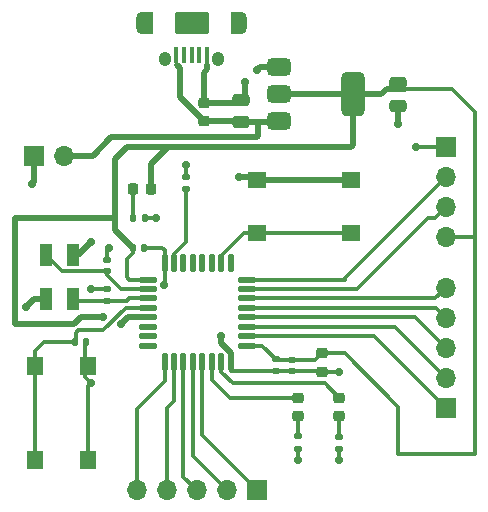
<source format=gtl>
%TF.GenerationSoftware,KiCad,Pcbnew,8.0.9*%
%TF.CreationDate,2025-03-10T14:56:04+11:00*%
%TF.ProjectId,stm32l05_dev_board,73746d33-326c-4303-955f-6465765f626f,rev?*%
%TF.SameCoordinates,Original*%
%TF.FileFunction,Copper,L1,Top*%
%TF.FilePolarity,Positive*%
%FSLAX46Y46*%
G04 Gerber Fmt 4.6, Leading zero omitted, Abs format (unit mm)*
G04 Created by KiCad (PCBNEW 8.0.9) date 2025-03-10 14:56:04*
%MOMM*%
%LPD*%
G01*
G04 APERTURE LIST*
G04 Aperture macros list*
%AMRoundRect*
0 Rectangle with rounded corners*
0 $1 Rounding radius*
0 $2 $3 $4 $5 $6 $7 $8 $9 X,Y pos of 4 corners*
0 Add a 4 corners polygon primitive as box body*
4,1,4,$2,$3,$4,$5,$6,$7,$8,$9,$2,$3,0*
0 Add four circle primitives for the rounded corners*
1,1,$1+$1,$2,$3*
1,1,$1+$1,$4,$5*
1,1,$1+$1,$6,$7*
1,1,$1+$1,$8,$9*
0 Add four rect primitives between the rounded corners*
20,1,$1+$1,$2,$3,$4,$5,0*
20,1,$1+$1,$4,$5,$6,$7,0*
20,1,$1+$1,$6,$7,$8,$9,0*
20,1,$1+$1,$8,$9,$2,$3,0*%
G04 Aperture macros list end*
%TA.AperFunction,SMDPad,CuDef*%
%ADD10RoundRect,0.135000X-0.185000X0.135000X-0.185000X-0.135000X0.185000X-0.135000X0.185000X0.135000X0*%
%TD*%
%TA.AperFunction,SMDPad,CuDef*%
%ADD11RoundRect,0.375000X-0.625000X-0.375000X0.625000X-0.375000X0.625000X0.375000X-0.625000X0.375000X0*%
%TD*%
%TA.AperFunction,SMDPad,CuDef*%
%ADD12RoundRect,0.500000X-0.500000X-1.400000X0.500000X-1.400000X0.500000X1.400000X-0.500000X1.400000X0*%
%TD*%
%TA.AperFunction,SMDPad,CuDef*%
%ADD13RoundRect,0.218750X-0.218750X-0.256250X0.218750X-0.256250X0.218750X0.256250X-0.218750X0.256250X0*%
%TD*%
%TA.AperFunction,SMDPad,CuDef*%
%ADD14RoundRect,0.140000X0.170000X-0.140000X0.170000X0.140000X-0.170000X0.140000X-0.170000X-0.140000X0*%
%TD*%
%TA.AperFunction,ComponentPad*%
%ADD15R,1.700000X1.700000*%
%TD*%
%TA.AperFunction,ComponentPad*%
%ADD16O,1.700000X1.700000*%
%TD*%
%TA.AperFunction,SMDPad,CuDef*%
%ADD17RoundRect,0.140000X-0.140000X-0.170000X0.140000X-0.170000X0.140000X0.170000X-0.140000X0.170000X0*%
%TD*%
%TA.AperFunction,SMDPad,CuDef*%
%ADD18RoundRect,0.125000X-0.625000X-0.125000X0.625000X-0.125000X0.625000X0.125000X-0.625000X0.125000X0*%
%TD*%
%TA.AperFunction,SMDPad,CuDef*%
%ADD19RoundRect,0.125000X-0.125000X-0.625000X0.125000X-0.625000X0.125000X0.625000X-0.125000X0.625000X0*%
%TD*%
%TA.AperFunction,SMDPad,CuDef*%
%ADD20RoundRect,0.135000X0.185000X-0.135000X0.185000X0.135000X-0.185000X0.135000X-0.185000X-0.135000X0*%
%TD*%
%TA.AperFunction,SMDPad,CuDef*%
%ADD21R,1.600000X1.400000*%
%TD*%
%TA.AperFunction,SMDPad,CuDef*%
%ADD22RoundRect,0.100000X0.100000X0.575000X-0.100000X0.575000X-0.100000X-0.575000X0.100000X-0.575000X0*%
%TD*%
%TA.AperFunction,HeatsinkPad*%
%ADD23O,1.000000X1.900000*%
%TD*%
%TA.AperFunction,SMDPad,CuDef*%
%ADD24R,0.875000X1.900000*%
%TD*%
%TA.AperFunction,HeatsinkPad*%
%ADD25O,1.050000X1.250000*%
%TD*%
%TA.AperFunction,SMDPad,CuDef*%
%ADD26RoundRect,0.250000X1.200000X0.700000X-1.200000X0.700000X-1.200000X-0.700000X1.200000X-0.700000X0*%
%TD*%
%TA.AperFunction,SMDPad,CuDef*%
%ADD27RoundRect,0.218750X0.256250X-0.218750X0.256250X0.218750X-0.256250X0.218750X-0.256250X-0.218750X0*%
%TD*%
%TA.AperFunction,SMDPad,CuDef*%
%ADD28RoundRect,0.140000X-0.170000X0.140000X-0.170000X-0.140000X0.170000X-0.140000X0.170000X0.140000X0*%
%TD*%
%TA.AperFunction,SMDPad,CuDef*%
%ADD29RoundRect,0.250000X-0.475000X0.250000X-0.475000X-0.250000X0.475000X-0.250000X0.475000X0.250000X0*%
%TD*%
%TA.AperFunction,SMDPad,CuDef*%
%ADD30RoundRect,0.225000X-0.250000X0.225000X-0.250000X-0.225000X0.250000X-0.225000X0.250000X0.225000X0*%
%TD*%
%TA.AperFunction,SMDPad,CuDef*%
%ADD31RoundRect,0.135000X-0.135000X-0.185000X0.135000X-0.185000X0.135000X0.185000X-0.135000X0.185000X0*%
%TD*%
%TA.AperFunction,SMDPad,CuDef*%
%ADD32RoundRect,0.225000X0.250000X-0.225000X0.250000X0.225000X-0.250000X0.225000X-0.250000X-0.225000X0*%
%TD*%
%TA.AperFunction,SMDPad,CuDef*%
%ADD33R,1.400000X1.600000*%
%TD*%
%TA.AperFunction,SMDPad,CuDef*%
%ADD34RoundRect,0.250000X0.475000X-0.250000X0.475000X0.250000X-0.475000X0.250000X-0.475000X-0.250000X0*%
%TD*%
%TA.AperFunction,SMDPad,CuDef*%
%ADD35R,1.100000X1.900000*%
%TD*%
%TA.AperFunction,ViaPad*%
%ADD36C,0.700000*%
%TD*%
%TA.AperFunction,Conductor*%
%ADD37C,0.500000*%
%TD*%
%TA.AperFunction,Conductor*%
%ADD38C,0.300000*%
%TD*%
G04 APERTURE END LIST*
D10*
%TO.P,R6,1*%
%TO.N,Net-(D3-K)*%
X151100000Y-109090000D03*
%TO.P,R6,2*%
%TO.N,GND*%
X151100000Y-110110000D03*
%TD*%
D11*
%TO.P,U2,1,GND*%
%TO.N,GND*%
X145950000Y-77790000D03*
%TO.P,U2,2,VO*%
%TO.N,+3.3V*%
X145950000Y-80090000D03*
D12*
X152250000Y-80090000D03*
D11*
%TO.P,U2,3,VI*%
%TO.N,+5V*%
X145950000Y-82390000D03*
%TD*%
D13*
%TO.P,D1,1,K*%
%TO.N,Net-(D1-K)*%
X133600000Y-88090000D03*
%TO.P,D1,2,A*%
%TO.N,+3.3V*%
X135175000Y-88090000D03*
%TD*%
D14*
%TO.P,C10,1*%
%TO.N,OSC2_IN*%
X131425000Y-97590000D03*
%TO.P,C10,2*%
%TO.N,GND*%
X131425000Y-96630000D03*
%TD*%
D15*
%TO.P,J4,1,Pin_1*%
%TO.N,GND*%
X125260000Y-85300000D03*
D16*
%TO.P,J4,2,Pin_2*%
%TO.N,+5V*%
X127800000Y-85300000D03*
%TD*%
D17*
%TO.P,C4,1*%
%TO.N,NRST*%
X128687500Y-101090000D03*
%TO.P,C4,2*%
%TO.N,GND*%
X129647500Y-101090000D03*
%TD*%
D18*
%TO.P,U1,1,VDD*%
%TO.N,+3.3V*%
X134925000Y-95790000D03*
%TO.P,U1,2,PC14*%
%TO.N,OSC_IN*%
X134925000Y-96590000D03*
%TO.P,U1,3,PC15*%
%TO.N,OSC2_IN*%
X134925000Y-97390000D03*
%TO.P,U1,4,NRST*%
%TO.N,NRST*%
X134925000Y-98190000D03*
%TO.P,U1,5,VDDA*%
%TO.N,+3.3V*%
X134925000Y-98990000D03*
%TO.P,U1,6,PA0*%
%TO.N,unconnected-(U1-PA0-Pad6)*%
X134925000Y-99790000D03*
%TO.P,U1,7,PA1*%
%TO.N,unconnected-(U1-PA1-Pad7)*%
X134925000Y-100590000D03*
%TO.P,U1,8,PA2*%
%TO.N,unconnected-(U1-PA2-Pad8)*%
X134925000Y-101390000D03*
D19*
%TO.P,U1,9,PA3*%
%TO.N,PA3*%
X136300000Y-102765000D03*
%TO.P,U1,10,PA4*%
%TO.N,PA4*%
X137100000Y-102765000D03*
%TO.P,U1,11,PA5*%
%TO.N,SPI_SCK*%
X137900000Y-102765000D03*
%TO.P,U1,12,PA6*%
%TO.N,SPI_MISO*%
X138700000Y-102765000D03*
%TO.P,U1,13,PA7*%
%TO.N,SPI_MOSI*%
X139500000Y-102765000D03*
%TO.P,U1,14,PB0*%
%TO.N,LED1*%
X140300000Y-102765000D03*
%TO.P,U1,15,PB1*%
%TO.N,LED2*%
X141100000Y-102765000D03*
%TO.P,U1,16,VSS*%
%TO.N,GND*%
X141900000Y-102765000D03*
D18*
%TO.P,U1,17,VDD*%
%TO.N,+3.3V*%
X143275000Y-101390000D03*
%TO.P,U1,18,PA8*%
%TO.N,PA8*%
X143275000Y-100590000D03*
%TO.P,U1,19,PA9*%
%TO.N,USART1_TX*%
X143275000Y-99790000D03*
%TO.P,U1,20,PA10*%
%TO.N,USART1_RX*%
X143275000Y-98990000D03*
%TO.P,U1,21,PA11*%
%TO.N,PA11*%
X143275000Y-98190000D03*
%TO.P,U1,22,PA12*%
%TO.N,PA12*%
X143275000Y-97390000D03*
%TO.P,U1,23,PA13*%
%TO.N,SYS_SWDIO*%
X143275000Y-96590000D03*
%TO.P,U1,24,PA14*%
%TO.N,SYS_SWDCLK*%
X143275000Y-95790000D03*
D19*
%TO.P,U1,25,PA15*%
%TO.N,unconnected-(U1-PA15-Pad25)*%
X141900000Y-94415000D03*
%TO.P,U1,26,PB3*%
%TO.N,PB3*%
X141100000Y-94415000D03*
%TO.P,U1,27,PB4*%
%TO.N,unconnected-(U1-PB4-Pad27)*%
X140300000Y-94415000D03*
%TO.P,U1,28,PB5*%
%TO.N,unconnected-(U1-PB5-Pad28)*%
X139500000Y-94415000D03*
%TO.P,U1,29,PB6*%
%TO.N,unconnected-(U1-PB6-Pad29)*%
X138700000Y-94415000D03*
%TO.P,U1,30,PB7*%
%TO.N,unconnected-(U1-PB7-Pad30)*%
X137900000Y-94415000D03*
%TO.P,U1,31,BOOT0*%
%TO.N,BOOT0*%
X137100000Y-94415000D03*
%TO.P,U1,32,VSS*%
%TO.N,GND*%
X136300000Y-94415000D03*
%TD*%
D20*
%TO.P,R2,1*%
%TO.N,BOOT0*%
X138100000Y-88090000D03*
%TO.P,R2,2*%
%TO.N,GND*%
X138100000Y-87070000D03*
%TD*%
D21*
%TO.P,SW3,1,1*%
%TO.N,GND*%
X144100000Y-87340000D03*
X152100000Y-87340000D03*
%TO.P,SW3,2,2*%
%TO.N,PB3*%
X144100000Y-91840000D03*
X152100000Y-91840000D03*
%TD*%
D15*
%TO.P,J3,1,Pin_1*%
%TO.N,SPI_MOSI*%
X144100000Y-113590000D03*
D16*
%TO.P,J3,2,Pin_2*%
%TO.N,SPI_MISO*%
X141560000Y-113590000D03*
%TO.P,J3,3,Pin_3*%
%TO.N,SPI_SCK*%
X139020000Y-113590000D03*
%TO.P,J3,4,Pin_4*%
%TO.N,PA4*%
X136480000Y-113590000D03*
%TO.P,J3,5,Pin_5*%
%TO.N,PA3*%
X133940000Y-113590000D03*
%TD*%
D22*
%TO.P,J1,1,VBUS*%
%TO.N,+5V*%
X137300000Y-76765000D03*
%TO.P,J1,2,D-*%
%TO.N,unconnected-(J1-D--Pad2)*%
X137950000Y-76765000D03*
%TO.P,J1,3,D+*%
%TO.N,unconnected-(J1-D+-Pad3)*%
X138600000Y-76765000D03*
%TO.P,J1,4,ID*%
%TO.N,unconnected-(J1-ID-Pad4)*%
X139250000Y-76765000D03*
%TO.P,J1,5,GND*%
%TO.N,GND*%
X139900000Y-76765000D03*
D23*
%TO.P,J1,6,Shield*%
%TO.N,unconnected-(J1-Shield-Pad6)_1*%
X142775000Y-74090000D03*
D24*
%TO.N,unconnected-(J1-Shield-Pad6)*%
X142337500Y-74090000D03*
D25*
%TO.N,unconnected-(J1-Shield-Pad6)_3*%
X140825000Y-77090000D03*
D26*
%TO.N,unconnected-(J1-Shield-Pad6)_6*%
X138600000Y-74090000D03*
D25*
%TO.N,unconnected-(J1-Shield-Pad6)_4*%
X136375000Y-77090000D03*
D24*
%TO.N,unconnected-(J1-Shield-Pad6)_5*%
X134862500Y-74090000D03*
D23*
%TO.N,unconnected-(J1-Shield-Pad6)_2*%
X134425000Y-74090000D03*
%TD*%
D27*
%TO.P,D3,1,K*%
%TO.N,Net-(D3-K)*%
X151100000Y-107377500D03*
%TO.P,D3,2,A*%
%TO.N,LED2*%
X151100000Y-105802500D03*
%TD*%
D28*
%TO.P,C8,1*%
%TO.N,+3.3V*%
X145725000Y-102555000D03*
%TO.P,C8,2*%
%TO.N,GND*%
X145725000Y-103515000D03*
%TD*%
D29*
%TO.P,C3,1*%
%TO.N,+3.3V*%
X156100000Y-79190000D03*
%TO.P,C3,2*%
%TO.N,GND*%
X156100000Y-81090000D03*
%TD*%
D15*
%TO.P,J2,1,Pin_1*%
%TO.N,PA8*%
X160100000Y-106630000D03*
D16*
%TO.P,J2,2,Pin_2*%
%TO.N,USART1_TX*%
X160100000Y-104090000D03*
%TO.P,J2,3,Pin_3*%
%TO.N,USART1_RX*%
X160100000Y-101550000D03*
%TO.P,J2,4,Pin_4*%
%TO.N,PA11*%
X160100000Y-99010000D03*
%TO.P,J2,5,Pin_5*%
%TO.N,PA12*%
X160100000Y-96470000D03*
%TD*%
D30*
%TO.P,C5,1*%
%TO.N,+3.3V*%
X149600000Y-102040000D03*
%TO.P,C5,2*%
%TO.N,GND*%
X149600000Y-103590000D03*
%TD*%
D14*
%TO.P,C9,1*%
%TO.N,OSC_IN*%
X131425000Y-95090000D03*
%TO.P,C9,2*%
%TO.N,GND*%
X131425000Y-94130000D03*
%TD*%
D10*
%TO.P,R5,1*%
%TO.N,Net-(D2-K)*%
X147600000Y-109080000D03*
%TO.P,R5,2*%
%TO.N,GND*%
X147600000Y-110100000D03*
%TD*%
D28*
%TO.P,C7,1*%
%TO.N,+3.3V*%
X147100000Y-102610000D03*
%TO.P,C7,2*%
%TO.N,GND*%
X147100000Y-103570000D03*
%TD*%
D15*
%TO.P,J6,1,Pin_1*%
%TO.N,GND*%
X160100000Y-84590000D03*
D16*
%TO.P,J6,2,Pin_2*%
%TO.N,SYS_SWDCLK*%
X160100000Y-87130000D03*
%TO.P,J6,3,Pin_3*%
%TO.N,SYS_SWDIO*%
X160100000Y-89670000D03*
%TO.P,J6,4,Pin_4*%
%TO.N,+3.3V*%
X160100000Y-92210000D03*
%TD*%
D31*
%TO.P,R1,1*%
%TO.N,Net-(D1-K)*%
X133590000Y-90590000D03*
%TO.P,R1,2*%
%TO.N,GND*%
X134610000Y-90590000D03*
%TD*%
D17*
%TO.P,C6,1*%
%TO.N,+3.3V*%
X133620000Y-93090000D03*
%TO.P,C6,2*%
%TO.N,GND*%
X134580000Y-93090000D03*
%TD*%
D27*
%TO.P,D2,1,K*%
%TO.N,Net-(D2-K)*%
X147600000Y-107377500D03*
%TO.P,D2,2,A*%
%TO.N,LED1*%
X147600000Y-105802500D03*
%TD*%
D32*
%TO.P,C1,1*%
%TO.N,+5V*%
X139600000Y-82365000D03*
%TO.P,C1,2*%
%TO.N,GND*%
X139600000Y-80815000D03*
%TD*%
D33*
%TO.P,SW2,1,1*%
%TO.N,NRST*%
X125350000Y-111090000D03*
X125350000Y-103090000D03*
%TO.P,SW2,2,2*%
%TO.N,GND*%
X129850000Y-111090000D03*
X129850000Y-103090000D03*
%TD*%
D34*
%TO.P,C2,1*%
%TO.N,+5V*%
X142800000Y-82490000D03*
%TO.P,C2,2*%
%TO.N,GND*%
X142800000Y-80590000D03*
%TD*%
D35*
%TO.P,Y2,1,CRYSTAL_1*%
%TO.N,OSC_IN*%
X126275000Y-93740000D03*
%TO.P,Y2,2,GND_&_LID_1*%
%TO.N,GND*%
X126275000Y-97440000D03*
%TO.P,Y2,3,CRYSTAL_2*%
%TO.N,OSC2_IN*%
X128575000Y-97440000D03*
%TO.P,Y2,4,GND_&_LID_2*%
%TO.N,GND*%
X128575000Y-93740000D03*
%TD*%
D36*
%TO.N,GND*%
X130100000Y-104590000D03*
X135600000Y-90590000D03*
X136279355Y-96228998D03*
X125100000Y-87700000D03*
X141100000Y-100590000D03*
X138100000Y-86090000D03*
X142600000Y-87090000D03*
X151100000Y-111090000D03*
X156100000Y-82590000D03*
X124600000Y-98090000D03*
X147600000Y-111090000D03*
X151100000Y-103590000D03*
X144100000Y-78090000D03*
X131600000Y-93090000D03*
X130100000Y-96590000D03*
X143100000Y-79090000D03*
X130100000Y-92590000D03*
X157600000Y-84590000D03*
%TO.N,+3.3V*%
X131100000Y-98940000D03*
X132600000Y-99590000D03*
%TD*%
D37*
%TO.N,GND*%
X139600000Y-78290000D02*
X139900000Y-77990000D01*
D38*
X129850000Y-111090000D02*
X129850000Y-104840000D01*
D37*
X128950000Y-93740000D02*
X128575000Y-93740000D01*
D38*
X131425000Y-96630000D02*
X130140000Y-96630000D01*
D37*
X144100000Y-87340000D02*
X152100000Y-87340000D01*
X124600000Y-98090000D02*
X125250000Y-97440000D01*
X141100000Y-100590000D02*
X141100000Y-101198362D01*
D38*
X134610000Y-90590000D02*
X135600000Y-90590000D01*
X131425000Y-94130000D02*
X131425000Y-93265000D01*
D37*
X142875000Y-80815000D02*
X143100000Y-80590000D01*
X125250000Y-97440000D02*
X126275000Y-97440000D01*
D38*
X130100000Y-104590000D02*
X129575000Y-104065000D01*
X147100000Y-103570000D02*
X145780000Y-103570000D01*
X160100000Y-84590000D02*
X157600000Y-84590000D01*
X129575000Y-104065000D02*
X129575000Y-101090000D01*
D37*
X130100000Y-92590000D02*
X128950000Y-93740000D01*
D38*
X145725000Y-103515000D02*
X141900000Y-103515000D01*
D37*
X141900000Y-101998362D02*
X141900000Y-102765000D01*
X142600000Y-87090000D02*
X143850000Y-87090000D01*
D38*
X149580000Y-103570000D02*
X149600000Y-103590000D01*
X149600000Y-103590000D02*
X151100000Y-103590000D01*
D37*
X143100000Y-80590000D02*
X143100000Y-79090000D01*
X141100000Y-101198362D02*
X141900000Y-101998362D01*
D38*
X136300000Y-94415000D02*
X136300000Y-93290000D01*
X151100000Y-110110000D02*
X151100000Y-111090000D01*
D37*
X139900000Y-77990000D02*
X139900000Y-77590000D01*
X156100000Y-82590000D02*
X156100000Y-81090000D01*
D38*
X147600000Y-110100000D02*
X147600000Y-111090000D01*
X147100000Y-103570000D02*
X149580000Y-103570000D01*
D37*
X139600000Y-80815000D02*
X139600000Y-78290000D01*
D38*
X136100000Y-93090000D02*
X134580000Y-93090000D01*
D37*
X144400000Y-77790000D02*
X144100000Y-78090000D01*
D38*
X130140000Y-96630000D02*
X130100000Y-96590000D01*
X131425000Y-93265000D02*
X131600000Y-93090000D01*
D37*
X139600000Y-80815000D02*
X142875000Y-80815000D01*
D38*
X136300000Y-93290000D02*
X136100000Y-93090000D01*
X136300000Y-94415000D02*
X136300000Y-96208353D01*
X138100000Y-87070000D02*
X138100000Y-86090000D01*
D37*
X145950000Y-77790000D02*
X144400000Y-77790000D01*
D38*
X145780000Y-103570000D02*
X145725000Y-103515000D01*
D37*
X125260000Y-87540000D02*
X125100000Y-87700000D01*
X125260000Y-85300000D02*
X125260000Y-87540000D01*
D38*
X129850000Y-104840000D02*
X130100000Y-104590000D01*
D37*
X143850000Y-87090000D02*
X144100000Y-87340000D01*
D38*
X136300000Y-96208353D02*
X136279355Y-96228998D01*
D37*
%TO.N,+5V*%
X144200000Y-83600000D02*
X144100000Y-83700000D01*
X137600000Y-80365000D02*
X137600000Y-77870588D01*
X145850000Y-82490000D02*
X145950000Y-82390000D01*
X144200000Y-82490000D02*
X144200000Y-83600000D01*
X144100000Y-83700000D02*
X131800000Y-83700000D01*
X131800000Y-83700000D02*
X130200000Y-85300000D01*
X144500000Y-82490000D02*
X145850000Y-82490000D01*
X139600000Y-82365000D02*
X137600000Y-80365000D01*
X130200000Y-85300000D02*
X127800000Y-85300000D01*
X142975000Y-82365000D02*
X143100000Y-82490000D01*
X143100000Y-82490000D02*
X144500000Y-82490000D01*
X139600000Y-82365000D02*
X142975000Y-82365000D01*
X137600000Y-77870588D02*
X137336635Y-77607223D01*
D38*
%TO.N,+3.3V*%
X160100000Y-92210000D02*
X162480000Y-92210000D01*
D37*
X132600000Y-99590000D02*
X133200000Y-98990000D01*
X133100000Y-84590000D02*
X132100000Y-85590000D01*
D38*
X144560000Y-101390000D02*
X145725000Y-102555000D01*
D37*
X128600000Y-99590000D02*
X123600000Y-99590000D01*
D38*
X162600000Y-110590000D02*
X162600000Y-81590000D01*
X156100000Y-106590000D02*
X156100000Y-110590000D01*
X160650000Y-79640000D02*
X156650000Y-79640000D01*
D37*
X135175000Y-86015000D02*
X135175000Y-88090000D01*
D38*
X133620000Y-93570000D02*
X133620000Y-93090000D01*
X145780000Y-102610000D02*
X145725000Y-102555000D01*
D37*
X152250000Y-80090000D02*
X154650000Y-80090000D01*
X133200000Y-98990000D02*
X134925000Y-98990000D01*
X136600000Y-84590000D02*
X133100000Y-84590000D01*
D38*
X133300000Y-95790000D02*
X133100000Y-95590000D01*
D37*
X132100000Y-91570000D02*
X133620000Y-93090000D01*
X152100000Y-84590000D02*
X136600000Y-84590000D01*
X154650000Y-80090000D02*
X155100000Y-79640000D01*
D38*
X151550000Y-102040000D02*
X156100000Y-106590000D01*
X162480000Y-92210000D02*
X162600000Y-92090000D01*
X156100000Y-110590000D02*
X162600000Y-110590000D01*
X134925000Y-95790000D02*
X133300000Y-95790000D01*
D37*
X132100000Y-85590000D02*
X132100000Y-90590000D01*
X145950000Y-80090000D02*
X152250000Y-80090000D01*
D38*
X133100000Y-95590000D02*
X133100000Y-94090000D01*
D37*
X129250000Y-98940000D02*
X128600000Y-99590000D01*
X131100000Y-98940000D02*
X129250000Y-98940000D01*
D38*
X133100000Y-94090000D02*
X133620000Y-93570000D01*
D37*
X155100000Y-79640000D02*
X156650000Y-79640000D01*
D38*
X149030000Y-102610000D02*
X149600000Y-102040000D01*
D37*
X123600000Y-90590000D02*
X132100000Y-90590000D01*
D38*
X143275000Y-101390000D02*
X144560000Y-101390000D01*
X149600000Y-102040000D02*
X151550000Y-102040000D01*
D37*
X123600000Y-99590000D02*
X123600000Y-90590000D01*
D38*
X147100000Y-102610000D02*
X145780000Y-102610000D01*
D37*
X152250000Y-84440000D02*
X152100000Y-84590000D01*
X132100000Y-90590000D02*
X132100000Y-91570000D01*
X152250000Y-80090000D02*
X152250000Y-84440000D01*
D38*
X147100000Y-102610000D02*
X149030000Y-102610000D01*
D37*
X136600000Y-84590000D02*
X135175000Y-86015000D01*
D38*
X162600000Y-81590000D02*
X160650000Y-79640000D01*
%TO.N,NRST*%
X128760000Y-100278528D02*
X128760000Y-101090000D01*
X125350000Y-103090000D02*
X125350000Y-101840000D01*
X125350000Y-103090000D02*
X125350000Y-111090000D01*
X134925000Y-98190000D02*
X133000000Y-98190000D01*
X128948528Y-100090000D02*
X128760000Y-100278528D01*
X125350000Y-101840000D02*
X126100000Y-101090000D01*
X126100000Y-101090000D02*
X128760000Y-101090000D01*
X128948528Y-100090000D02*
X131100000Y-100090000D01*
X133000000Y-98190000D02*
X131100000Y-100090000D01*
%TO.N,OSC_IN*%
X127625000Y-95090000D02*
X126275000Y-93740000D01*
X131425000Y-95090000D02*
X127625000Y-95090000D01*
X131425000Y-95415000D02*
X131425000Y-95090000D01*
X134925000Y-96590000D02*
X132600000Y-96590000D01*
X132600000Y-96590000D02*
X131425000Y-95415000D01*
%TO.N,OSC2_IN*%
X134925000Y-97390000D02*
X133300000Y-97390000D01*
X128725000Y-97590000D02*
X128575000Y-97440000D01*
X133100000Y-97590000D02*
X131425000Y-97590000D01*
X131425000Y-97590000D02*
X128725000Y-97590000D01*
X133300000Y-97390000D02*
X133100000Y-97590000D01*
%TO.N,Net-(D1-K)*%
X133590000Y-90590000D02*
X133590000Y-88100000D01*
X133590000Y-88100000D02*
X133600000Y-88090000D01*
%TO.N,LED1*%
X140300000Y-102765000D02*
X140300000Y-104290000D01*
X140300000Y-104290000D02*
X141812500Y-105802500D01*
X141812500Y-105802500D02*
X147600000Y-105802500D01*
%TO.N,Net-(D2-K)*%
X147600000Y-107377500D02*
X147600000Y-109080000D01*
%TO.N,Net-(D3-K)*%
X151100000Y-107377500D02*
X151100000Y-109090000D01*
%TO.N,LED2*%
X141100000Y-103590000D02*
X141100000Y-102765000D01*
X151100000Y-105802500D02*
X149887500Y-104590000D01*
X149887500Y-104590000D02*
X142100000Y-104590000D01*
X142100000Y-104590000D02*
X141100000Y-103590000D01*
%TO.N,PA3*%
X133940000Y-106750000D02*
X133940000Y-113590000D01*
X136300000Y-102765000D02*
X136300000Y-104390000D01*
X136300000Y-104390000D02*
X133940000Y-106750000D01*
%TO.N,PA8*%
X143325000Y-100540000D02*
X154010000Y-100540000D01*
X154010000Y-100540000D02*
X160100000Y-106630000D01*
X143275000Y-100590000D02*
X143325000Y-100540000D01*
%TO.N,PA4*%
X136480000Y-113590000D02*
X136480000Y-106710000D01*
X136480000Y-106710000D02*
X137100000Y-106090000D01*
X137100000Y-106090000D02*
X137100000Y-102765000D01*
%TO.N,SPI_SCK*%
X139020000Y-113590000D02*
X137900000Y-112470000D01*
X137900000Y-112470000D02*
X137900000Y-102765000D01*
%TO.N,SPI_MOSI*%
X139500000Y-108990000D02*
X139500000Y-102765000D01*
X144100000Y-113590000D02*
X139500000Y-108990000D01*
%TO.N,SPI_MISO*%
X138700000Y-110730000D02*
X138700000Y-102765000D01*
X141560000Y-113590000D02*
X138700000Y-110730000D01*
%TO.N,USART1_TX*%
X143275000Y-99790000D02*
X155800000Y-99790000D01*
X155800000Y-99790000D02*
X160100000Y-104090000D01*
%TO.N,USART1_RX*%
X157540000Y-98990000D02*
X160100000Y-101550000D01*
X143275000Y-98990000D02*
X157540000Y-98990000D01*
%TO.N,PA12*%
X143275000Y-97390000D02*
X159180000Y-97390000D01*
X159180000Y-97390000D02*
X160100000Y-96470000D01*
%TO.N,PB3*%
X141100000Y-94415000D02*
X141100000Y-93789784D01*
X141100000Y-93789784D02*
X143049784Y-91840000D01*
X143049784Y-91840000D02*
X144100000Y-91840000D01*
X152100000Y-91840000D02*
X144100000Y-91840000D01*
%TO.N,PA11*%
X143275000Y-98190000D02*
X159280000Y-98190000D01*
X159280000Y-98190000D02*
X160100000Y-99010000D01*
%TO.N,SYS_SWDCLK*%
X151600000Y-95790000D02*
X151600000Y-95630000D01*
X143275000Y-95790000D02*
X151600000Y-95790000D01*
X151600000Y-95630000D02*
X160100000Y-87130000D01*
%TO.N,SYS_SWDIO*%
X152600000Y-96590000D02*
X158600000Y-90590000D01*
X143275000Y-96590000D02*
X152600000Y-96590000D01*
X158600000Y-90590000D02*
X159180000Y-90590000D01*
X159180000Y-90590000D02*
X160100000Y-89670000D01*
%TO.N,BOOT0*%
X138100000Y-92590000D02*
X138100000Y-88090000D01*
X137100000Y-93590000D02*
X138100000Y-92590000D01*
X137100000Y-94415000D02*
X137100000Y-93590000D01*
%TD*%
M02*

</source>
